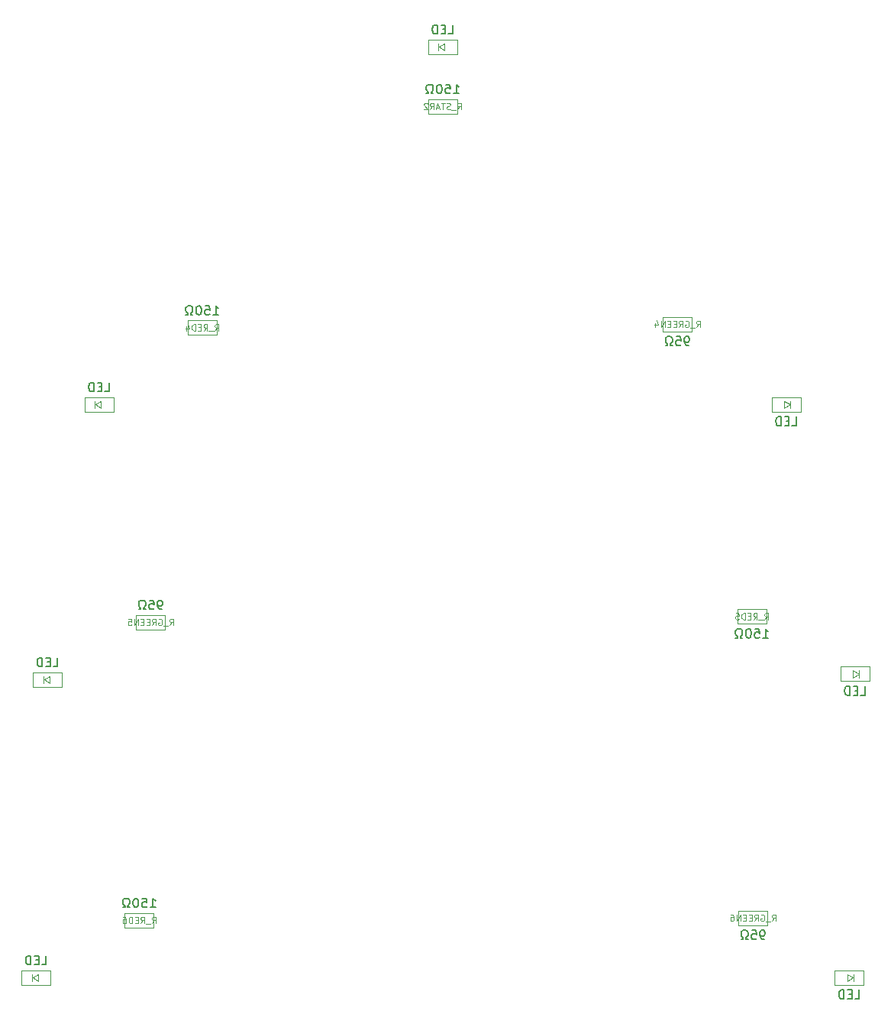
<source format=gbr>
G04 #@! TF.FileFunction,Other,Fab,Bot*
%FSLAX46Y46*%
G04 Gerber Fmt 4.6, Leading zero omitted, Abs format (unit mm)*
G04 Created by KiCad (PCBNEW 4.0.6) date Tuesday, November 14, 2017 'PMt' 08:02:21 PM*
%MOMM*%
%LPD*%
G01*
G04 APERTURE LIST*
%ADD10C,0.100000*%
%ADD11C,0.150000*%
%ADD12C,0.105000*%
G04 APERTURE END LIST*
D10*
X133750000Y-64770000D02*
X133150000Y-64370000D01*
X133150000Y-64370000D02*
X133150000Y-65170000D01*
X133150000Y-65170000D02*
X133750000Y-64770000D01*
X133800000Y-64370000D02*
X133800000Y-65170000D01*
X134950000Y-65570000D02*
X134950000Y-63970000D01*
X131750000Y-65570000D02*
X134950000Y-65570000D01*
X131750000Y-63970000D02*
X131750000Y-65570000D01*
X134950000Y-63970000D02*
X131750000Y-63970000D01*
X51035000Y-95250000D02*
X51635000Y-95650000D01*
X51635000Y-95650000D02*
X51635000Y-94850000D01*
X51635000Y-94850000D02*
X51035000Y-95250000D01*
X50985000Y-95650000D02*
X50985000Y-94850000D01*
X49835000Y-94450000D02*
X49835000Y-96050000D01*
X53035000Y-94450000D02*
X49835000Y-94450000D01*
X53035000Y-96050000D02*
X53035000Y-94450000D01*
X49835000Y-96050000D02*
X53035000Y-96050000D01*
X140735000Y-128270000D02*
X140135000Y-127870000D01*
X140135000Y-127870000D02*
X140135000Y-128670000D01*
X140135000Y-128670000D02*
X140735000Y-128270000D01*
X140785000Y-127870000D02*
X140785000Y-128670000D01*
X141935000Y-129070000D02*
X141935000Y-127470000D01*
X138735000Y-129070000D02*
X141935000Y-129070000D01*
X138735000Y-127470000D02*
X138735000Y-129070000D01*
X141935000Y-127470000D02*
X138735000Y-127470000D01*
X56750000Y-64770000D02*
X57350000Y-65170000D01*
X57350000Y-65170000D02*
X57350000Y-64370000D01*
X57350000Y-64370000D02*
X56750000Y-64770000D01*
X56700000Y-65170000D02*
X56700000Y-64370000D01*
X55550000Y-63970000D02*
X55550000Y-65570000D01*
X58750000Y-63970000D02*
X55550000Y-63970000D01*
X58750000Y-65570000D02*
X58750000Y-63970000D01*
X55550000Y-65570000D02*
X58750000Y-65570000D01*
X141370000Y-94615000D02*
X140770000Y-94215000D01*
X140770000Y-94215000D02*
X140770000Y-95015000D01*
X140770000Y-95015000D02*
X141370000Y-94615000D01*
X141420000Y-94215000D02*
X141420000Y-95015000D01*
X142570000Y-95415000D02*
X142570000Y-93815000D01*
X139370000Y-95415000D02*
X142570000Y-95415000D01*
X139370000Y-93815000D02*
X139370000Y-95415000D01*
X142570000Y-93815000D02*
X139370000Y-93815000D01*
X49765000Y-128270000D02*
X50365000Y-128670000D01*
X50365000Y-128670000D02*
X50365000Y-127870000D01*
X50365000Y-127870000D02*
X49765000Y-128270000D01*
X49715000Y-128670000D02*
X49715000Y-127870000D01*
X48565000Y-127470000D02*
X48565000Y-129070000D01*
X51765000Y-127470000D02*
X48565000Y-127470000D01*
X51765000Y-129070000D02*
X51765000Y-127470000D01*
X48565000Y-129070000D02*
X51765000Y-129070000D01*
X122885000Y-56680000D02*
X122885000Y-55080000D01*
X119685000Y-56680000D02*
X122885000Y-56680000D01*
X119685000Y-55080000D02*
X119685000Y-56680000D01*
X122885000Y-55080000D02*
X119685000Y-55080000D01*
X61265000Y-88100000D02*
X61265000Y-89700000D01*
X64465000Y-88100000D02*
X61265000Y-88100000D01*
X64465000Y-89700000D02*
X64465000Y-88100000D01*
X61265000Y-89700000D02*
X64465000Y-89700000D01*
X131267000Y-122466000D02*
X131267000Y-120866000D01*
X128067000Y-122466000D02*
X131267000Y-122466000D01*
X128067000Y-120866000D02*
X128067000Y-122466000D01*
X131267000Y-120866000D02*
X128067000Y-120866000D01*
X66980000Y-55461000D02*
X66980000Y-57061000D01*
X70180000Y-55461000D02*
X66980000Y-55461000D01*
X70180000Y-57061000D02*
X70180000Y-55461000D01*
X66980000Y-57061000D02*
X70180000Y-57061000D01*
X131140000Y-89065000D02*
X131140000Y-87465000D01*
X127940000Y-89065000D02*
X131140000Y-89065000D01*
X127940000Y-87465000D02*
X127940000Y-89065000D01*
X131140000Y-87465000D02*
X127940000Y-87465000D01*
X59995000Y-121120000D02*
X59995000Y-122720000D01*
X63195000Y-121120000D02*
X59995000Y-121120000D01*
X63195000Y-122720000D02*
X63195000Y-121120000D01*
X59995000Y-122720000D02*
X63195000Y-122720000D01*
X93650000Y-30950000D02*
X93650000Y-32550000D01*
X96850000Y-30950000D02*
X93650000Y-30950000D01*
X96850000Y-32550000D02*
X96850000Y-30950000D01*
X93650000Y-32550000D02*
X96850000Y-32550000D01*
X94850000Y-25146000D02*
X95450000Y-25546000D01*
X95450000Y-25546000D02*
X95450000Y-24746000D01*
X95450000Y-24746000D02*
X94850000Y-25146000D01*
X94800000Y-25546000D02*
X94800000Y-24746000D01*
X93650000Y-24346000D02*
X93650000Y-25946000D01*
X96850000Y-24346000D02*
X93650000Y-24346000D01*
X96850000Y-25946000D02*
X96850000Y-24346000D01*
X93650000Y-25946000D02*
X96850000Y-25946000D01*
D11*
X133992857Y-67122381D02*
X134469048Y-67122381D01*
X134469048Y-66122381D01*
X133659524Y-66598571D02*
X133326190Y-66598571D01*
X133183333Y-67122381D02*
X133659524Y-67122381D01*
X133659524Y-66122381D01*
X133183333Y-66122381D01*
X132754762Y-67122381D02*
X132754762Y-66122381D01*
X132516667Y-66122381D01*
X132373809Y-66170000D01*
X132278571Y-66265238D01*
X132230952Y-66360476D01*
X132183333Y-66550952D01*
X132183333Y-66693810D01*
X132230952Y-66884286D01*
X132278571Y-66979524D01*
X132373809Y-67074762D01*
X132516667Y-67122381D01*
X132754762Y-67122381D01*
X52077857Y-93802381D02*
X52554048Y-93802381D01*
X52554048Y-92802381D01*
X51744524Y-93278571D02*
X51411190Y-93278571D01*
X51268333Y-93802381D02*
X51744524Y-93802381D01*
X51744524Y-92802381D01*
X51268333Y-92802381D01*
X50839762Y-93802381D02*
X50839762Y-92802381D01*
X50601667Y-92802381D01*
X50458809Y-92850000D01*
X50363571Y-92945238D01*
X50315952Y-93040476D01*
X50268333Y-93230952D01*
X50268333Y-93373810D01*
X50315952Y-93564286D01*
X50363571Y-93659524D01*
X50458809Y-93754762D01*
X50601667Y-93802381D01*
X50839762Y-93802381D01*
X140977857Y-130622381D02*
X141454048Y-130622381D01*
X141454048Y-129622381D01*
X140644524Y-130098571D02*
X140311190Y-130098571D01*
X140168333Y-130622381D02*
X140644524Y-130622381D01*
X140644524Y-129622381D01*
X140168333Y-129622381D01*
X139739762Y-130622381D02*
X139739762Y-129622381D01*
X139501667Y-129622381D01*
X139358809Y-129670000D01*
X139263571Y-129765238D01*
X139215952Y-129860476D01*
X139168333Y-130050952D01*
X139168333Y-130193810D01*
X139215952Y-130384286D01*
X139263571Y-130479524D01*
X139358809Y-130574762D01*
X139501667Y-130622381D01*
X139739762Y-130622381D01*
X57792857Y-63322381D02*
X58269048Y-63322381D01*
X58269048Y-62322381D01*
X57459524Y-62798571D02*
X57126190Y-62798571D01*
X56983333Y-63322381D02*
X57459524Y-63322381D01*
X57459524Y-62322381D01*
X56983333Y-62322381D01*
X56554762Y-63322381D02*
X56554762Y-62322381D01*
X56316667Y-62322381D01*
X56173809Y-62370000D01*
X56078571Y-62465238D01*
X56030952Y-62560476D01*
X55983333Y-62750952D01*
X55983333Y-62893810D01*
X56030952Y-63084286D01*
X56078571Y-63179524D01*
X56173809Y-63274762D01*
X56316667Y-63322381D01*
X56554762Y-63322381D01*
X141612857Y-96967381D02*
X142089048Y-96967381D01*
X142089048Y-95967381D01*
X141279524Y-96443571D02*
X140946190Y-96443571D01*
X140803333Y-96967381D02*
X141279524Y-96967381D01*
X141279524Y-95967381D01*
X140803333Y-95967381D01*
X140374762Y-96967381D02*
X140374762Y-95967381D01*
X140136667Y-95967381D01*
X139993809Y-96015000D01*
X139898571Y-96110238D01*
X139850952Y-96205476D01*
X139803333Y-96395952D01*
X139803333Y-96538810D01*
X139850952Y-96729286D01*
X139898571Y-96824524D01*
X139993809Y-96919762D01*
X140136667Y-96967381D01*
X140374762Y-96967381D01*
X50807857Y-126822381D02*
X51284048Y-126822381D01*
X51284048Y-125822381D01*
X50474524Y-126298571D02*
X50141190Y-126298571D01*
X49998333Y-126822381D02*
X50474524Y-126822381D01*
X50474524Y-125822381D01*
X49998333Y-125822381D01*
X49569762Y-126822381D02*
X49569762Y-125822381D01*
X49331667Y-125822381D01*
X49188809Y-125870000D01*
X49093571Y-125965238D01*
X49045952Y-126060476D01*
X48998333Y-126250952D01*
X48998333Y-126393810D01*
X49045952Y-126584286D01*
X49093571Y-126679524D01*
X49188809Y-126774762D01*
X49331667Y-126822381D01*
X49569762Y-126822381D01*
X122523095Y-58232381D02*
X122332619Y-58232381D01*
X122237380Y-58184762D01*
X122189761Y-58137143D01*
X122094523Y-57994286D01*
X122046904Y-57803810D01*
X122046904Y-57422857D01*
X122094523Y-57327619D01*
X122142142Y-57280000D01*
X122237380Y-57232381D01*
X122427857Y-57232381D01*
X122523095Y-57280000D01*
X122570714Y-57327619D01*
X122618333Y-57422857D01*
X122618333Y-57660952D01*
X122570714Y-57756190D01*
X122523095Y-57803810D01*
X122427857Y-57851429D01*
X122237380Y-57851429D01*
X122142142Y-57803810D01*
X122094523Y-57756190D01*
X122046904Y-57660952D01*
X121142142Y-57232381D02*
X121618333Y-57232381D01*
X121665952Y-57708571D01*
X121618333Y-57660952D01*
X121523095Y-57613333D01*
X121284999Y-57613333D01*
X121189761Y-57660952D01*
X121142142Y-57708571D01*
X121094523Y-57803810D01*
X121094523Y-58041905D01*
X121142142Y-58137143D01*
X121189761Y-58184762D01*
X121284999Y-58232381D01*
X121523095Y-58232381D01*
X121618333Y-58184762D01*
X121665952Y-58137143D01*
X120713571Y-58232381D02*
X120475476Y-58232381D01*
X120475476Y-58041905D01*
X120570714Y-57994286D01*
X120665952Y-57899048D01*
X120713571Y-57756190D01*
X120713571Y-57518095D01*
X120665952Y-57375238D01*
X120570714Y-57280000D01*
X120427857Y-57232381D01*
X120237380Y-57232381D01*
X120094523Y-57280000D01*
X119999285Y-57375238D01*
X119951666Y-57518095D01*
X119951666Y-57756190D01*
X119999285Y-57899048D01*
X120094523Y-57994286D01*
X120189761Y-58041905D01*
X120189761Y-58232381D01*
X119951666Y-58232381D01*
D12*
X123368332Y-56196667D02*
X123601666Y-55863333D01*
X123768332Y-56196667D02*
X123768332Y-55496667D01*
X123501666Y-55496667D01*
X123434999Y-55530000D01*
X123401666Y-55563333D01*
X123368332Y-55630000D01*
X123368332Y-55730000D01*
X123401666Y-55796667D01*
X123434999Y-55830000D01*
X123501666Y-55863333D01*
X123768332Y-55863333D01*
X123234999Y-56263333D02*
X122701666Y-56263333D01*
X122168333Y-55530000D02*
X122234999Y-55496667D01*
X122334999Y-55496667D01*
X122434999Y-55530000D01*
X122501666Y-55596667D01*
X122534999Y-55663333D01*
X122568333Y-55796667D01*
X122568333Y-55896667D01*
X122534999Y-56030000D01*
X122501666Y-56096667D01*
X122434999Y-56163333D01*
X122334999Y-56196667D01*
X122268333Y-56196667D01*
X122168333Y-56163333D01*
X122134999Y-56130000D01*
X122134999Y-55896667D01*
X122268333Y-55896667D01*
X121434999Y-56196667D02*
X121668333Y-55863333D01*
X121834999Y-56196667D02*
X121834999Y-55496667D01*
X121568333Y-55496667D01*
X121501666Y-55530000D01*
X121468333Y-55563333D01*
X121434999Y-55630000D01*
X121434999Y-55730000D01*
X121468333Y-55796667D01*
X121501666Y-55830000D01*
X121568333Y-55863333D01*
X121834999Y-55863333D01*
X121134999Y-55830000D02*
X120901666Y-55830000D01*
X120801666Y-56196667D02*
X121134999Y-56196667D01*
X121134999Y-55496667D01*
X120801666Y-55496667D01*
X120501666Y-55830000D02*
X120268333Y-55830000D01*
X120168333Y-56196667D02*
X120501666Y-56196667D01*
X120501666Y-55496667D01*
X120168333Y-55496667D01*
X119868333Y-56196667D02*
X119868333Y-55496667D01*
X119468333Y-56196667D01*
X119468333Y-55496667D01*
X118835000Y-55730000D02*
X118835000Y-56196667D01*
X119001667Y-55463333D02*
X119168334Y-55963333D01*
X118735000Y-55963333D01*
D11*
X64103095Y-87452381D02*
X63912619Y-87452381D01*
X63817380Y-87404762D01*
X63769761Y-87357143D01*
X63674523Y-87214286D01*
X63626904Y-87023810D01*
X63626904Y-86642857D01*
X63674523Y-86547619D01*
X63722142Y-86500000D01*
X63817380Y-86452381D01*
X64007857Y-86452381D01*
X64103095Y-86500000D01*
X64150714Y-86547619D01*
X64198333Y-86642857D01*
X64198333Y-86880952D01*
X64150714Y-86976190D01*
X64103095Y-87023810D01*
X64007857Y-87071429D01*
X63817380Y-87071429D01*
X63722142Y-87023810D01*
X63674523Y-86976190D01*
X63626904Y-86880952D01*
X62722142Y-86452381D02*
X63198333Y-86452381D01*
X63245952Y-86928571D01*
X63198333Y-86880952D01*
X63103095Y-86833333D01*
X62864999Y-86833333D01*
X62769761Y-86880952D01*
X62722142Y-86928571D01*
X62674523Y-87023810D01*
X62674523Y-87261905D01*
X62722142Y-87357143D01*
X62769761Y-87404762D01*
X62864999Y-87452381D01*
X63103095Y-87452381D01*
X63198333Y-87404762D01*
X63245952Y-87357143D01*
X62293571Y-87452381D02*
X62055476Y-87452381D01*
X62055476Y-87261905D01*
X62150714Y-87214286D01*
X62245952Y-87119048D01*
X62293571Y-86976190D01*
X62293571Y-86738095D01*
X62245952Y-86595238D01*
X62150714Y-86500000D01*
X62007857Y-86452381D01*
X61817380Y-86452381D01*
X61674523Y-86500000D01*
X61579285Y-86595238D01*
X61531666Y-86738095D01*
X61531666Y-86976190D01*
X61579285Y-87119048D01*
X61674523Y-87214286D01*
X61769761Y-87261905D01*
X61769761Y-87452381D01*
X61531666Y-87452381D01*
D12*
X64948332Y-89216667D02*
X65181666Y-88883333D01*
X65348332Y-89216667D02*
X65348332Y-88516667D01*
X65081666Y-88516667D01*
X65014999Y-88550000D01*
X64981666Y-88583333D01*
X64948332Y-88650000D01*
X64948332Y-88750000D01*
X64981666Y-88816667D01*
X65014999Y-88850000D01*
X65081666Y-88883333D01*
X65348332Y-88883333D01*
X64814999Y-89283333D02*
X64281666Y-89283333D01*
X63748333Y-88550000D02*
X63814999Y-88516667D01*
X63914999Y-88516667D01*
X64014999Y-88550000D01*
X64081666Y-88616667D01*
X64114999Y-88683333D01*
X64148333Y-88816667D01*
X64148333Y-88916667D01*
X64114999Y-89050000D01*
X64081666Y-89116667D01*
X64014999Y-89183333D01*
X63914999Y-89216667D01*
X63848333Y-89216667D01*
X63748333Y-89183333D01*
X63714999Y-89150000D01*
X63714999Y-88916667D01*
X63848333Y-88916667D01*
X63014999Y-89216667D02*
X63248333Y-88883333D01*
X63414999Y-89216667D02*
X63414999Y-88516667D01*
X63148333Y-88516667D01*
X63081666Y-88550000D01*
X63048333Y-88583333D01*
X63014999Y-88650000D01*
X63014999Y-88750000D01*
X63048333Y-88816667D01*
X63081666Y-88850000D01*
X63148333Y-88883333D01*
X63414999Y-88883333D01*
X62714999Y-88850000D02*
X62481666Y-88850000D01*
X62381666Y-89216667D02*
X62714999Y-89216667D01*
X62714999Y-88516667D01*
X62381666Y-88516667D01*
X62081666Y-88850000D02*
X61848333Y-88850000D01*
X61748333Y-89216667D02*
X62081666Y-89216667D01*
X62081666Y-88516667D01*
X61748333Y-88516667D01*
X61448333Y-89216667D02*
X61448333Y-88516667D01*
X61048333Y-89216667D01*
X61048333Y-88516667D01*
X60381667Y-88516667D02*
X60715000Y-88516667D01*
X60748334Y-88850000D01*
X60715000Y-88816667D01*
X60648334Y-88783333D01*
X60481667Y-88783333D01*
X60415000Y-88816667D01*
X60381667Y-88850000D01*
X60348334Y-88916667D01*
X60348334Y-89083333D01*
X60381667Y-89150000D01*
X60415000Y-89183333D01*
X60481667Y-89216667D01*
X60648334Y-89216667D01*
X60715000Y-89183333D01*
X60748334Y-89150000D01*
D11*
X130905095Y-124018381D02*
X130714619Y-124018381D01*
X130619380Y-123970762D01*
X130571761Y-123923143D01*
X130476523Y-123780286D01*
X130428904Y-123589810D01*
X130428904Y-123208857D01*
X130476523Y-123113619D01*
X130524142Y-123066000D01*
X130619380Y-123018381D01*
X130809857Y-123018381D01*
X130905095Y-123066000D01*
X130952714Y-123113619D01*
X131000333Y-123208857D01*
X131000333Y-123446952D01*
X130952714Y-123542190D01*
X130905095Y-123589810D01*
X130809857Y-123637429D01*
X130619380Y-123637429D01*
X130524142Y-123589810D01*
X130476523Y-123542190D01*
X130428904Y-123446952D01*
X129524142Y-123018381D02*
X130000333Y-123018381D01*
X130047952Y-123494571D01*
X130000333Y-123446952D01*
X129905095Y-123399333D01*
X129666999Y-123399333D01*
X129571761Y-123446952D01*
X129524142Y-123494571D01*
X129476523Y-123589810D01*
X129476523Y-123827905D01*
X129524142Y-123923143D01*
X129571761Y-123970762D01*
X129666999Y-124018381D01*
X129905095Y-124018381D01*
X130000333Y-123970762D01*
X130047952Y-123923143D01*
X129095571Y-124018381D02*
X128857476Y-124018381D01*
X128857476Y-123827905D01*
X128952714Y-123780286D01*
X129047952Y-123685048D01*
X129095571Y-123542190D01*
X129095571Y-123304095D01*
X129047952Y-123161238D01*
X128952714Y-123066000D01*
X128809857Y-123018381D01*
X128619380Y-123018381D01*
X128476523Y-123066000D01*
X128381285Y-123161238D01*
X128333666Y-123304095D01*
X128333666Y-123542190D01*
X128381285Y-123685048D01*
X128476523Y-123780286D01*
X128571761Y-123827905D01*
X128571761Y-124018381D01*
X128333666Y-124018381D01*
D12*
X131750332Y-121982667D02*
X131983666Y-121649333D01*
X132150332Y-121982667D02*
X132150332Y-121282667D01*
X131883666Y-121282667D01*
X131816999Y-121316000D01*
X131783666Y-121349333D01*
X131750332Y-121416000D01*
X131750332Y-121516000D01*
X131783666Y-121582667D01*
X131816999Y-121616000D01*
X131883666Y-121649333D01*
X132150332Y-121649333D01*
X131616999Y-122049333D02*
X131083666Y-122049333D01*
X130550333Y-121316000D02*
X130616999Y-121282667D01*
X130716999Y-121282667D01*
X130816999Y-121316000D01*
X130883666Y-121382667D01*
X130916999Y-121449333D01*
X130950333Y-121582667D01*
X130950333Y-121682667D01*
X130916999Y-121816000D01*
X130883666Y-121882667D01*
X130816999Y-121949333D01*
X130716999Y-121982667D01*
X130650333Y-121982667D01*
X130550333Y-121949333D01*
X130516999Y-121916000D01*
X130516999Y-121682667D01*
X130650333Y-121682667D01*
X129816999Y-121982667D02*
X130050333Y-121649333D01*
X130216999Y-121982667D02*
X130216999Y-121282667D01*
X129950333Y-121282667D01*
X129883666Y-121316000D01*
X129850333Y-121349333D01*
X129816999Y-121416000D01*
X129816999Y-121516000D01*
X129850333Y-121582667D01*
X129883666Y-121616000D01*
X129950333Y-121649333D01*
X130216999Y-121649333D01*
X129516999Y-121616000D02*
X129283666Y-121616000D01*
X129183666Y-121982667D02*
X129516999Y-121982667D01*
X129516999Y-121282667D01*
X129183666Y-121282667D01*
X128883666Y-121616000D02*
X128650333Y-121616000D01*
X128550333Y-121982667D02*
X128883666Y-121982667D01*
X128883666Y-121282667D01*
X128550333Y-121282667D01*
X128250333Y-121982667D02*
X128250333Y-121282667D01*
X127850333Y-121982667D01*
X127850333Y-121282667D01*
X127217000Y-121282667D02*
X127350334Y-121282667D01*
X127417000Y-121316000D01*
X127450334Y-121349333D01*
X127517000Y-121449333D01*
X127550334Y-121582667D01*
X127550334Y-121849333D01*
X127517000Y-121916000D01*
X127483667Y-121949333D01*
X127417000Y-121982667D01*
X127283667Y-121982667D01*
X127217000Y-121949333D01*
X127183667Y-121916000D01*
X127150334Y-121849333D01*
X127150334Y-121682667D01*
X127183667Y-121616000D01*
X127217000Y-121582667D01*
X127283667Y-121549333D01*
X127417000Y-121549333D01*
X127483667Y-121582667D01*
X127517000Y-121616000D01*
X127550334Y-121682667D01*
D11*
X69818095Y-54813381D02*
X70389524Y-54813381D01*
X70103810Y-54813381D02*
X70103810Y-53813381D01*
X70199048Y-53956238D01*
X70294286Y-54051476D01*
X70389524Y-54099095D01*
X68913333Y-53813381D02*
X69389524Y-53813381D01*
X69437143Y-54289571D01*
X69389524Y-54241952D01*
X69294286Y-54194333D01*
X69056190Y-54194333D01*
X68960952Y-54241952D01*
X68913333Y-54289571D01*
X68865714Y-54384810D01*
X68865714Y-54622905D01*
X68913333Y-54718143D01*
X68960952Y-54765762D01*
X69056190Y-54813381D01*
X69294286Y-54813381D01*
X69389524Y-54765762D01*
X69437143Y-54718143D01*
X68246667Y-53813381D02*
X68151428Y-53813381D01*
X68056190Y-53861000D01*
X68008571Y-53908619D01*
X67960952Y-54003857D01*
X67913333Y-54194333D01*
X67913333Y-54432429D01*
X67960952Y-54622905D01*
X68008571Y-54718143D01*
X68056190Y-54765762D01*
X68151428Y-54813381D01*
X68246667Y-54813381D01*
X68341905Y-54765762D01*
X68389524Y-54718143D01*
X68437143Y-54622905D01*
X68484762Y-54432429D01*
X68484762Y-54194333D01*
X68437143Y-54003857D01*
X68389524Y-53908619D01*
X68341905Y-53861000D01*
X68246667Y-53813381D01*
X67532381Y-54813381D02*
X67294286Y-54813381D01*
X67294286Y-54622905D01*
X67389524Y-54575286D01*
X67484762Y-54480048D01*
X67532381Y-54337190D01*
X67532381Y-54099095D01*
X67484762Y-53956238D01*
X67389524Y-53861000D01*
X67246667Y-53813381D01*
X67056190Y-53813381D01*
X66913333Y-53861000D01*
X66818095Y-53956238D01*
X66770476Y-54099095D01*
X66770476Y-54337190D01*
X66818095Y-54480048D01*
X66913333Y-54575286D01*
X67008571Y-54622905D01*
X67008571Y-54813381D01*
X66770476Y-54813381D01*
D12*
X69979999Y-56577667D02*
X70213333Y-56244333D01*
X70379999Y-56577667D02*
X70379999Y-55877667D01*
X70113333Y-55877667D01*
X70046666Y-55911000D01*
X70013333Y-55944333D01*
X69979999Y-56011000D01*
X69979999Y-56111000D01*
X70013333Y-56177667D01*
X70046666Y-56211000D01*
X70113333Y-56244333D01*
X70379999Y-56244333D01*
X69846666Y-56644333D02*
X69313333Y-56644333D01*
X68746666Y-56577667D02*
X68980000Y-56244333D01*
X69146666Y-56577667D02*
X69146666Y-55877667D01*
X68880000Y-55877667D01*
X68813333Y-55911000D01*
X68780000Y-55944333D01*
X68746666Y-56011000D01*
X68746666Y-56111000D01*
X68780000Y-56177667D01*
X68813333Y-56211000D01*
X68880000Y-56244333D01*
X69146666Y-56244333D01*
X68446666Y-56211000D02*
X68213333Y-56211000D01*
X68113333Y-56577667D02*
X68446666Y-56577667D01*
X68446666Y-55877667D01*
X68113333Y-55877667D01*
X67813333Y-56577667D02*
X67813333Y-55877667D01*
X67646667Y-55877667D01*
X67546667Y-55911000D01*
X67480000Y-55977667D01*
X67446667Y-56044333D01*
X67413333Y-56177667D01*
X67413333Y-56277667D01*
X67446667Y-56411000D01*
X67480000Y-56477667D01*
X67546667Y-56544333D01*
X67646667Y-56577667D01*
X67813333Y-56577667D01*
X66813333Y-56111000D02*
X66813333Y-56577667D01*
X66980000Y-55844333D02*
X67146667Y-56344333D01*
X66713333Y-56344333D01*
D11*
X130778095Y-90617381D02*
X131349524Y-90617381D01*
X131063810Y-90617381D02*
X131063810Y-89617381D01*
X131159048Y-89760238D01*
X131254286Y-89855476D01*
X131349524Y-89903095D01*
X129873333Y-89617381D02*
X130349524Y-89617381D01*
X130397143Y-90093571D01*
X130349524Y-90045952D01*
X130254286Y-89998333D01*
X130016190Y-89998333D01*
X129920952Y-90045952D01*
X129873333Y-90093571D01*
X129825714Y-90188810D01*
X129825714Y-90426905D01*
X129873333Y-90522143D01*
X129920952Y-90569762D01*
X130016190Y-90617381D01*
X130254286Y-90617381D01*
X130349524Y-90569762D01*
X130397143Y-90522143D01*
X129206667Y-89617381D02*
X129111428Y-89617381D01*
X129016190Y-89665000D01*
X128968571Y-89712619D01*
X128920952Y-89807857D01*
X128873333Y-89998333D01*
X128873333Y-90236429D01*
X128920952Y-90426905D01*
X128968571Y-90522143D01*
X129016190Y-90569762D01*
X129111428Y-90617381D01*
X129206667Y-90617381D01*
X129301905Y-90569762D01*
X129349524Y-90522143D01*
X129397143Y-90426905D01*
X129444762Y-90236429D01*
X129444762Y-89998333D01*
X129397143Y-89807857D01*
X129349524Y-89712619D01*
X129301905Y-89665000D01*
X129206667Y-89617381D01*
X128492381Y-90617381D02*
X128254286Y-90617381D01*
X128254286Y-90426905D01*
X128349524Y-90379286D01*
X128444762Y-90284048D01*
X128492381Y-90141190D01*
X128492381Y-89903095D01*
X128444762Y-89760238D01*
X128349524Y-89665000D01*
X128206667Y-89617381D01*
X128016190Y-89617381D01*
X127873333Y-89665000D01*
X127778095Y-89760238D01*
X127730476Y-89903095D01*
X127730476Y-90141190D01*
X127778095Y-90284048D01*
X127873333Y-90379286D01*
X127968571Y-90426905D01*
X127968571Y-90617381D01*
X127730476Y-90617381D01*
D12*
X130939999Y-88581667D02*
X131173333Y-88248333D01*
X131339999Y-88581667D02*
X131339999Y-87881667D01*
X131073333Y-87881667D01*
X131006666Y-87915000D01*
X130973333Y-87948333D01*
X130939999Y-88015000D01*
X130939999Y-88115000D01*
X130973333Y-88181667D01*
X131006666Y-88215000D01*
X131073333Y-88248333D01*
X131339999Y-88248333D01*
X130806666Y-88648333D02*
X130273333Y-88648333D01*
X129706666Y-88581667D02*
X129940000Y-88248333D01*
X130106666Y-88581667D02*
X130106666Y-87881667D01*
X129840000Y-87881667D01*
X129773333Y-87915000D01*
X129740000Y-87948333D01*
X129706666Y-88015000D01*
X129706666Y-88115000D01*
X129740000Y-88181667D01*
X129773333Y-88215000D01*
X129840000Y-88248333D01*
X130106666Y-88248333D01*
X129406666Y-88215000D02*
X129173333Y-88215000D01*
X129073333Y-88581667D02*
X129406666Y-88581667D01*
X129406666Y-87881667D01*
X129073333Y-87881667D01*
X128773333Y-88581667D02*
X128773333Y-87881667D01*
X128606667Y-87881667D01*
X128506667Y-87915000D01*
X128440000Y-87981667D01*
X128406667Y-88048333D01*
X128373333Y-88181667D01*
X128373333Y-88281667D01*
X128406667Y-88415000D01*
X128440000Y-88481667D01*
X128506667Y-88548333D01*
X128606667Y-88581667D01*
X128773333Y-88581667D01*
X127740000Y-87881667D02*
X128073333Y-87881667D01*
X128106667Y-88215000D01*
X128073333Y-88181667D01*
X128006667Y-88148333D01*
X127840000Y-88148333D01*
X127773333Y-88181667D01*
X127740000Y-88215000D01*
X127706667Y-88281667D01*
X127706667Y-88448333D01*
X127740000Y-88515000D01*
X127773333Y-88548333D01*
X127840000Y-88581667D01*
X128006667Y-88581667D01*
X128073333Y-88548333D01*
X128106667Y-88515000D01*
D11*
X62833095Y-120472381D02*
X63404524Y-120472381D01*
X63118810Y-120472381D02*
X63118810Y-119472381D01*
X63214048Y-119615238D01*
X63309286Y-119710476D01*
X63404524Y-119758095D01*
X61928333Y-119472381D02*
X62404524Y-119472381D01*
X62452143Y-119948571D01*
X62404524Y-119900952D01*
X62309286Y-119853333D01*
X62071190Y-119853333D01*
X61975952Y-119900952D01*
X61928333Y-119948571D01*
X61880714Y-120043810D01*
X61880714Y-120281905D01*
X61928333Y-120377143D01*
X61975952Y-120424762D01*
X62071190Y-120472381D01*
X62309286Y-120472381D01*
X62404524Y-120424762D01*
X62452143Y-120377143D01*
X61261667Y-119472381D02*
X61166428Y-119472381D01*
X61071190Y-119520000D01*
X61023571Y-119567619D01*
X60975952Y-119662857D01*
X60928333Y-119853333D01*
X60928333Y-120091429D01*
X60975952Y-120281905D01*
X61023571Y-120377143D01*
X61071190Y-120424762D01*
X61166428Y-120472381D01*
X61261667Y-120472381D01*
X61356905Y-120424762D01*
X61404524Y-120377143D01*
X61452143Y-120281905D01*
X61499762Y-120091429D01*
X61499762Y-119853333D01*
X61452143Y-119662857D01*
X61404524Y-119567619D01*
X61356905Y-119520000D01*
X61261667Y-119472381D01*
X60547381Y-120472381D02*
X60309286Y-120472381D01*
X60309286Y-120281905D01*
X60404524Y-120234286D01*
X60499762Y-120139048D01*
X60547381Y-119996190D01*
X60547381Y-119758095D01*
X60499762Y-119615238D01*
X60404524Y-119520000D01*
X60261667Y-119472381D01*
X60071190Y-119472381D01*
X59928333Y-119520000D01*
X59833095Y-119615238D01*
X59785476Y-119758095D01*
X59785476Y-119996190D01*
X59833095Y-120139048D01*
X59928333Y-120234286D01*
X60023571Y-120281905D01*
X60023571Y-120472381D01*
X59785476Y-120472381D01*
D12*
X62994999Y-122236667D02*
X63228333Y-121903333D01*
X63394999Y-122236667D02*
X63394999Y-121536667D01*
X63128333Y-121536667D01*
X63061666Y-121570000D01*
X63028333Y-121603333D01*
X62994999Y-121670000D01*
X62994999Y-121770000D01*
X63028333Y-121836667D01*
X63061666Y-121870000D01*
X63128333Y-121903333D01*
X63394999Y-121903333D01*
X62861666Y-122303333D02*
X62328333Y-122303333D01*
X61761666Y-122236667D02*
X61995000Y-121903333D01*
X62161666Y-122236667D02*
X62161666Y-121536667D01*
X61895000Y-121536667D01*
X61828333Y-121570000D01*
X61795000Y-121603333D01*
X61761666Y-121670000D01*
X61761666Y-121770000D01*
X61795000Y-121836667D01*
X61828333Y-121870000D01*
X61895000Y-121903333D01*
X62161666Y-121903333D01*
X61461666Y-121870000D02*
X61228333Y-121870000D01*
X61128333Y-122236667D02*
X61461666Y-122236667D01*
X61461666Y-121536667D01*
X61128333Y-121536667D01*
X60828333Y-122236667D02*
X60828333Y-121536667D01*
X60661667Y-121536667D01*
X60561667Y-121570000D01*
X60495000Y-121636667D01*
X60461667Y-121703333D01*
X60428333Y-121836667D01*
X60428333Y-121936667D01*
X60461667Y-122070000D01*
X60495000Y-122136667D01*
X60561667Y-122203333D01*
X60661667Y-122236667D01*
X60828333Y-122236667D01*
X59828333Y-121536667D02*
X59961667Y-121536667D01*
X60028333Y-121570000D01*
X60061667Y-121603333D01*
X60128333Y-121703333D01*
X60161667Y-121836667D01*
X60161667Y-122103333D01*
X60128333Y-122170000D01*
X60095000Y-122203333D01*
X60028333Y-122236667D01*
X59895000Y-122236667D01*
X59828333Y-122203333D01*
X59795000Y-122170000D01*
X59761667Y-122103333D01*
X59761667Y-121936667D01*
X59795000Y-121870000D01*
X59828333Y-121836667D01*
X59895000Y-121803333D01*
X60028333Y-121803333D01*
X60095000Y-121836667D01*
X60128333Y-121870000D01*
X60161667Y-121936667D01*
D11*
X96488095Y-30302381D02*
X97059524Y-30302381D01*
X96773810Y-30302381D02*
X96773810Y-29302381D01*
X96869048Y-29445238D01*
X96964286Y-29540476D01*
X97059524Y-29588095D01*
X95583333Y-29302381D02*
X96059524Y-29302381D01*
X96107143Y-29778571D01*
X96059524Y-29730952D01*
X95964286Y-29683333D01*
X95726190Y-29683333D01*
X95630952Y-29730952D01*
X95583333Y-29778571D01*
X95535714Y-29873810D01*
X95535714Y-30111905D01*
X95583333Y-30207143D01*
X95630952Y-30254762D01*
X95726190Y-30302381D01*
X95964286Y-30302381D01*
X96059524Y-30254762D01*
X96107143Y-30207143D01*
X94916667Y-29302381D02*
X94821428Y-29302381D01*
X94726190Y-29350000D01*
X94678571Y-29397619D01*
X94630952Y-29492857D01*
X94583333Y-29683333D01*
X94583333Y-29921429D01*
X94630952Y-30111905D01*
X94678571Y-30207143D01*
X94726190Y-30254762D01*
X94821428Y-30302381D01*
X94916667Y-30302381D01*
X95011905Y-30254762D01*
X95059524Y-30207143D01*
X95107143Y-30111905D01*
X95154762Y-29921429D01*
X95154762Y-29683333D01*
X95107143Y-29492857D01*
X95059524Y-29397619D01*
X95011905Y-29350000D01*
X94916667Y-29302381D01*
X94202381Y-30302381D02*
X93964286Y-30302381D01*
X93964286Y-30111905D01*
X94059524Y-30064286D01*
X94154762Y-29969048D01*
X94202381Y-29826190D01*
X94202381Y-29588095D01*
X94154762Y-29445238D01*
X94059524Y-29350000D01*
X93916667Y-29302381D01*
X93726190Y-29302381D01*
X93583333Y-29350000D01*
X93488095Y-29445238D01*
X93440476Y-29588095D01*
X93440476Y-29826190D01*
X93488095Y-29969048D01*
X93583333Y-30064286D01*
X93678571Y-30111905D01*
X93678571Y-30302381D01*
X93440476Y-30302381D01*
D12*
X96883333Y-32066667D02*
X97116667Y-31733333D01*
X97283333Y-32066667D02*
X97283333Y-31366667D01*
X97016667Y-31366667D01*
X96950000Y-31400000D01*
X96916667Y-31433333D01*
X96883333Y-31500000D01*
X96883333Y-31600000D01*
X96916667Y-31666667D01*
X96950000Y-31700000D01*
X97016667Y-31733333D01*
X97283333Y-31733333D01*
X96750000Y-32133333D02*
X96216667Y-32133333D01*
X96083334Y-32033333D02*
X95983334Y-32066667D01*
X95816667Y-32066667D01*
X95750000Y-32033333D01*
X95716667Y-32000000D01*
X95683334Y-31933333D01*
X95683334Y-31866667D01*
X95716667Y-31800000D01*
X95750000Y-31766667D01*
X95816667Y-31733333D01*
X95950000Y-31700000D01*
X96016667Y-31666667D01*
X96050000Y-31633333D01*
X96083334Y-31566667D01*
X96083334Y-31500000D01*
X96050000Y-31433333D01*
X96016667Y-31400000D01*
X95950000Y-31366667D01*
X95783334Y-31366667D01*
X95683334Y-31400000D01*
X95483333Y-31366667D02*
X95083333Y-31366667D01*
X95283333Y-32066667D02*
X95283333Y-31366667D01*
X94883334Y-31866667D02*
X94550000Y-31866667D01*
X94950000Y-32066667D02*
X94716667Y-31366667D01*
X94483334Y-32066667D01*
X93850000Y-32066667D02*
X94083334Y-31733333D01*
X94250000Y-32066667D02*
X94250000Y-31366667D01*
X93983334Y-31366667D01*
X93916667Y-31400000D01*
X93883334Y-31433333D01*
X93850000Y-31500000D01*
X93850000Y-31600000D01*
X93883334Y-31666667D01*
X93916667Y-31700000D01*
X93983334Y-31733333D01*
X94250000Y-31733333D01*
X93583334Y-31433333D02*
X93550000Y-31400000D01*
X93483334Y-31366667D01*
X93316667Y-31366667D01*
X93250000Y-31400000D01*
X93216667Y-31433333D01*
X93183334Y-31500000D01*
X93183334Y-31566667D01*
X93216667Y-31666667D01*
X93616667Y-32066667D01*
X93183334Y-32066667D01*
D11*
X95892857Y-23698381D02*
X96369048Y-23698381D01*
X96369048Y-22698381D01*
X95559524Y-23174571D02*
X95226190Y-23174571D01*
X95083333Y-23698381D02*
X95559524Y-23698381D01*
X95559524Y-22698381D01*
X95083333Y-22698381D01*
X94654762Y-23698381D02*
X94654762Y-22698381D01*
X94416667Y-22698381D01*
X94273809Y-22746000D01*
X94178571Y-22841238D01*
X94130952Y-22936476D01*
X94083333Y-23126952D01*
X94083333Y-23269810D01*
X94130952Y-23460286D01*
X94178571Y-23555524D01*
X94273809Y-23650762D01*
X94416667Y-23698381D01*
X94654762Y-23698381D01*
M02*

</source>
